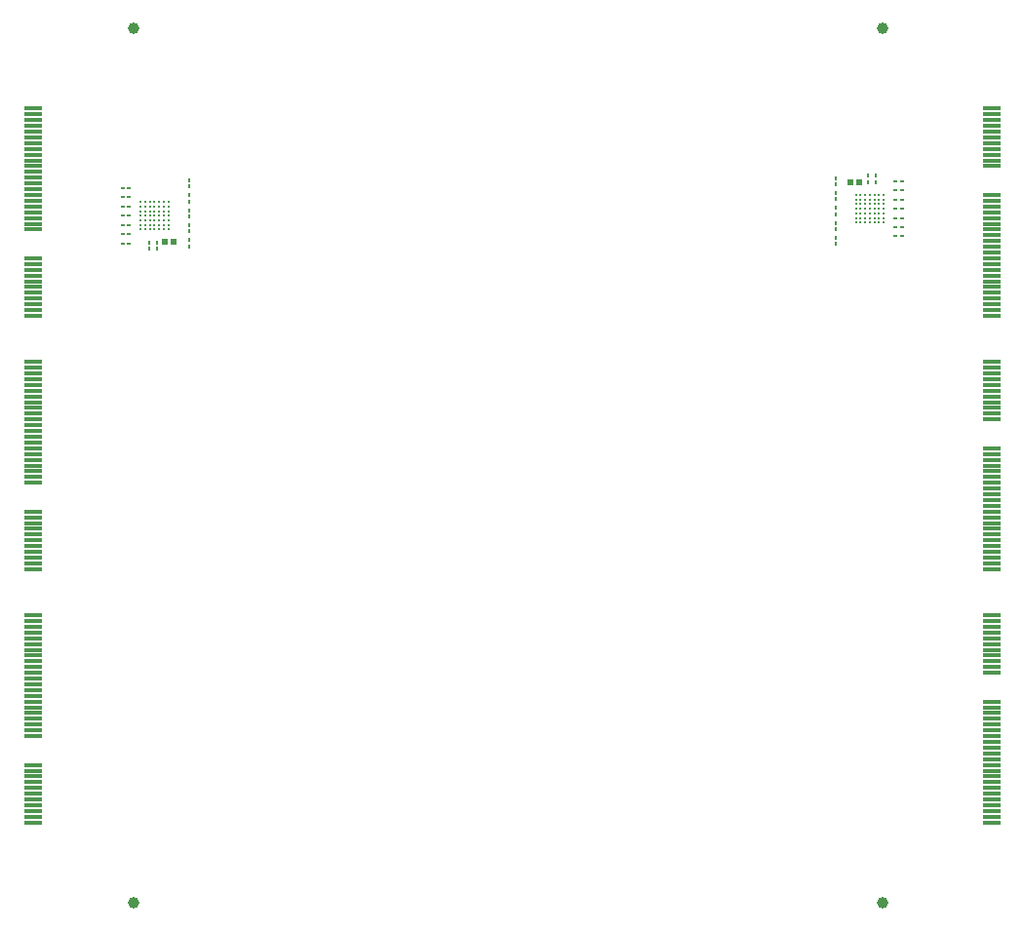
<source format=gbp>
G04*
G04 #@! TF.GenerationSoftware,Altium Limited,Altium Designer,21.1.1 (26)*
G04*
G04 Layer_Color=128*
%FSLAX44Y44*%
%MOMM*%
G71*
G04*
G04 #@! TF.SameCoordinates,63B2E272-0427-4AAB-BE5C-BBC369205028*
G04*
G04*
G04 #@! TF.FilePolarity,Positive*
G04*
G01*
G75*
%ADD11C,1.0000*%
%ADD18R,0.3500X0.2500*%
%ADD19R,0.2500X0.3500*%
%ADD21R,0.5600X0.5200*%
%ADD26R,1.5000X0.3500*%
%ADD73C,0.2100*%
D11*
X750000Y810000D02*
D03*
Y50000D02*
D03*
X100000D02*
D03*
Y810000D02*
D03*
D18*
X761315Y629008D02*
D03*
X766815D02*
D03*
X761315Y637008D02*
D03*
X766815D02*
D03*
X761315Y645008D02*
D03*
X766815D02*
D03*
X761250Y653000D02*
D03*
X766750D02*
D03*
X761315Y661008D02*
D03*
X766815D02*
D03*
X761315Y669008D02*
D03*
X766815D02*
D03*
X761315Y677008D02*
D03*
X766815D02*
D03*
X95685Y670992D02*
D03*
X90185D02*
D03*
X95685Y662992D02*
D03*
X90185D02*
D03*
X95685Y654992D02*
D03*
X90185D02*
D03*
X95750Y647000D02*
D03*
X90250D02*
D03*
X95685Y638992D02*
D03*
X90185D02*
D03*
X95685Y630992D02*
D03*
X90185D02*
D03*
X95685Y622992D02*
D03*
X90185D02*
D03*
D19*
X709000Y622250D02*
D03*
Y627750D02*
D03*
Y635250D02*
D03*
Y640750D02*
D03*
Y661250D02*
D03*
Y666750D02*
D03*
Y648250D02*
D03*
Y653750D02*
D03*
Y674000D02*
D03*
Y679500D02*
D03*
X737000Y676250D02*
D03*
Y681750D02*
D03*
X744000Y676250D02*
D03*
Y681750D02*
D03*
X148000Y677750D02*
D03*
Y672250D02*
D03*
Y664750D02*
D03*
Y659250D02*
D03*
Y638750D02*
D03*
Y633250D02*
D03*
Y651750D02*
D03*
Y646250D02*
D03*
Y626000D02*
D03*
Y620500D02*
D03*
X120000Y623750D02*
D03*
Y618250D02*
D03*
X113000Y623750D02*
D03*
Y618250D02*
D03*
D21*
X729900Y676000D02*
D03*
X722100D02*
D03*
X127100Y624000D02*
D03*
X134900D02*
D03*
D26*
X12500Y520000D02*
D03*
Y515000D02*
D03*
Y510000D02*
D03*
Y505000D02*
D03*
Y500000D02*
D03*
Y495000D02*
D03*
Y490000D02*
D03*
Y485000D02*
D03*
Y480000D02*
D03*
Y475000D02*
D03*
Y470000D02*
D03*
Y465000D02*
D03*
Y460000D02*
D03*
Y455000D02*
D03*
Y450000D02*
D03*
Y445000D02*
D03*
Y440000D02*
D03*
Y435000D02*
D03*
Y430000D02*
D03*
Y425000D02*
D03*
Y420000D02*
D03*
Y415000D02*
D03*
Y390000D02*
D03*
Y385000D02*
D03*
Y380000D02*
D03*
Y375000D02*
D03*
Y370000D02*
D03*
Y365000D02*
D03*
Y360000D02*
D03*
Y355000D02*
D03*
Y350000D02*
D03*
Y345000D02*
D03*
Y340000D02*
D03*
X844500Y120000D02*
D03*
Y125000D02*
D03*
Y130000D02*
D03*
Y135000D02*
D03*
Y140000D02*
D03*
Y145000D02*
D03*
Y150000D02*
D03*
Y155000D02*
D03*
Y160000D02*
D03*
Y165000D02*
D03*
Y170000D02*
D03*
Y175000D02*
D03*
Y180000D02*
D03*
Y185000D02*
D03*
Y190000D02*
D03*
Y195000D02*
D03*
Y200000D02*
D03*
Y205000D02*
D03*
Y210000D02*
D03*
Y215000D02*
D03*
Y220000D02*
D03*
Y225000D02*
D03*
Y250000D02*
D03*
Y255000D02*
D03*
Y260000D02*
D03*
Y265000D02*
D03*
Y270000D02*
D03*
Y275000D02*
D03*
Y280000D02*
D03*
Y285000D02*
D03*
Y290000D02*
D03*
Y295000D02*
D03*
Y300000D02*
D03*
Y340000D02*
D03*
Y345000D02*
D03*
Y350000D02*
D03*
Y355000D02*
D03*
Y360000D02*
D03*
Y365000D02*
D03*
Y370000D02*
D03*
Y375000D02*
D03*
Y380000D02*
D03*
Y385000D02*
D03*
Y390000D02*
D03*
Y395000D02*
D03*
Y400000D02*
D03*
Y405000D02*
D03*
Y410000D02*
D03*
Y415000D02*
D03*
Y420000D02*
D03*
Y425000D02*
D03*
Y430000D02*
D03*
Y435000D02*
D03*
Y440000D02*
D03*
Y445000D02*
D03*
Y470000D02*
D03*
Y475000D02*
D03*
Y480000D02*
D03*
Y485000D02*
D03*
Y490000D02*
D03*
Y495000D02*
D03*
Y500000D02*
D03*
Y505000D02*
D03*
Y510000D02*
D03*
Y515000D02*
D03*
Y520000D02*
D03*
Y560000D02*
D03*
Y565000D02*
D03*
Y570000D02*
D03*
Y575000D02*
D03*
Y580000D02*
D03*
Y585000D02*
D03*
Y590000D02*
D03*
Y595000D02*
D03*
Y600000D02*
D03*
Y605000D02*
D03*
Y610000D02*
D03*
Y615000D02*
D03*
Y620000D02*
D03*
Y625000D02*
D03*
Y630000D02*
D03*
Y635000D02*
D03*
Y640000D02*
D03*
Y645000D02*
D03*
Y650000D02*
D03*
Y655000D02*
D03*
Y660000D02*
D03*
Y665000D02*
D03*
Y690000D02*
D03*
Y695000D02*
D03*
Y700000D02*
D03*
Y705000D02*
D03*
Y710000D02*
D03*
Y715000D02*
D03*
Y720000D02*
D03*
Y725000D02*
D03*
Y730000D02*
D03*
Y735000D02*
D03*
Y740000D02*
D03*
X12500D02*
D03*
Y735000D02*
D03*
Y730000D02*
D03*
Y725000D02*
D03*
Y720000D02*
D03*
Y715000D02*
D03*
Y710000D02*
D03*
Y705000D02*
D03*
Y700000D02*
D03*
Y695000D02*
D03*
Y690000D02*
D03*
Y685000D02*
D03*
Y680000D02*
D03*
Y675000D02*
D03*
Y670000D02*
D03*
Y665000D02*
D03*
Y660000D02*
D03*
Y655000D02*
D03*
Y650000D02*
D03*
Y645000D02*
D03*
Y640000D02*
D03*
Y635000D02*
D03*
Y610000D02*
D03*
Y605000D02*
D03*
Y600000D02*
D03*
Y595000D02*
D03*
Y590000D02*
D03*
Y585000D02*
D03*
Y580000D02*
D03*
Y575000D02*
D03*
Y570000D02*
D03*
Y565000D02*
D03*
Y560000D02*
D03*
Y300000D02*
D03*
Y295000D02*
D03*
Y290000D02*
D03*
Y285000D02*
D03*
Y280000D02*
D03*
Y275000D02*
D03*
Y270000D02*
D03*
Y265000D02*
D03*
Y260000D02*
D03*
Y255000D02*
D03*
Y250000D02*
D03*
Y245000D02*
D03*
Y240000D02*
D03*
Y235000D02*
D03*
Y230000D02*
D03*
Y225000D02*
D03*
Y220000D02*
D03*
Y215000D02*
D03*
Y210000D02*
D03*
Y205000D02*
D03*
Y200000D02*
D03*
Y195000D02*
D03*
Y170000D02*
D03*
Y165000D02*
D03*
Y160000D02*
D03*
Y155000D02*
D03*
Y150000D02*
D03*
Y145000D02*
D03*
Y140000D02*
D03*
Y135000D02*
D03*
Y130000D02*
D03*
Y125000D02*
D03*
Y120000D02*
D03*
D73*
X751000Y665000D02*
D03*
X747000D02*
D03*
X743000D02*
D03*
X739000D02*
D03*
X735000D02*
D03*
X731000D02*
D03*
X727000D02*
D03*
X751000Y661000D02*
D03*
X747000D02*
D03*
X743000D02*
D03*
X739000D02*
D03*
X735000D02*
D03*
X731000D02*
D03*
X727000D02*
D03*
X751000Y657000D02*
D03*
X747000D02*
D03*
X743000D02*
D03*
X739000D02*
D03*
X735000D02*
D03*
X731000D02*
D03*
X727000D02*
D03*
X751000Y653000D02*
D03*
X747000D02*
D03*
X743000D02*
D03*
X739000D02*
D03*
X735000D02*
D03*
X731000D02*
D03*
X727000D02*
D03*
X751000Y649000D02*
D03*
X747000D02*
D03*
X743000D02*
D03*
X739000D02*
D03*
X735000D02*
D03*
X731000D02*
D03*
X727000D02*
D03*
X751000Y645000D02*
D03*
X747000D02*
D03*
X743000D02*
D03*
X739000D02*
D03*
X735000D02*
D03*
X731000D02*
D03*
X727000D02*
D03*
X751000Y641000D02*
D03*
X747000D02*
D03*
X743000D02*
D03*
X739000D02*
D03*
X735000D02*
D03*
X731000D02*
D03*
X727000D02*
D03*
X106000Y635000D02*
D03*
X110000D02*
D03*
X114000D02*
D03*
X118000D02*
D03*
X122000D02*
D03*
X126000D02*
D03*
X130000D02*
D03*
X106000Y639000D02*
D03*
X110000D02*
D03*
X114000D02*
D03*
X118000D02*
D03*
X122000D02*
D03*
X126000D02*
D03*
X130000D02*
D03*
X106000Y643000D02*
D03*
X110000D02*
D03*
X114000D02*
D03*
X118000D02*
D03*
X122000D02*
D03*
X126000D02*
D03*
X130000D02*
D03*
X106000Y647000D02*
D03*
X110000D02*
D03*
X114000D02*
D03*
X118000D02*
D03*
X122000D02*
D03*
X126000D02*
D03*
X130000D02*
D03*
X106000Y651000D02*
D03*
X110000D02*
D03*
X114000D02*
D03*
X118000D02*
D03*
X122000D02*
D03*
X126000D02*
D03*
X130000D02*
D03*
X106000Y655000D02*
D03*
X110000D02*
D03*
X114000D02*
D03*
X118000D02*
D03*
X122000D02*
D03*
X126000D02*
D03*
X130000D02*
D03*
X106000Y659000D02*
D03*
X110000D02*
D03*
X114000D02*
D03*
X118000D02*
D03*
X122000D02*
D03*
X126000D02*
D03*
X130000D02*
D03*
M02*

</source>
